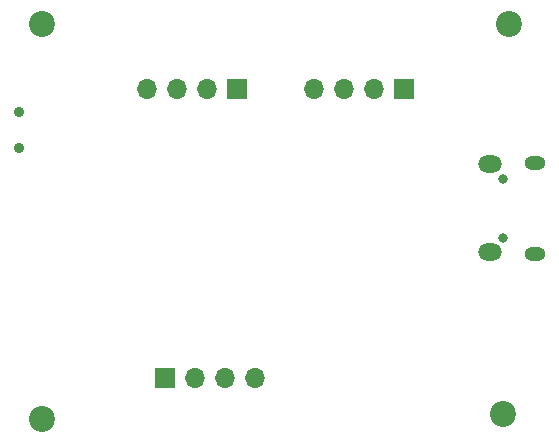
<source format=gbr>
%TF.GenerationSoftware,KiCad,Pcbnew,8.0.5-8.0.5-0~ubuntu22.04.1*%
%TF.CreationDate,2024-10-15T18:40:31+03:00*%
%TF.ProjectId,sc,73632e6b-6963-4616-945f-706362585858,rev?*%
%TF.SameCoordinates,Original*%
%TF.FileFunction,Soldermask,Bot*%
%TF.FilePolarity,Negative*%
%FSLAX46Y46*%
G04 Gerber Fmt 4.6, Leading zero omitted, Abs format (unit mm)*
G04 Created by KiCad (PCBNEW 8.0.5-8.0.5-0~ubuntu22.04.1) date 2024-10-15 18:40:31*
%MOMM*%
%LPD*%
G01*
G04 APERTURE LIST*
%ADD10C,0.900000*%
%ADD11C,2.200000*%
%ADD12R,1.700000X1.700000*%
%ADD13O,1.700000X1.700000*%
%ADD14O,0.800000X0.800000*%
%ADD15O,1.800000X1.150000*%
%ADD16O,2.000000X1.450000*%
G04 APERTURE END LIST*
D10*
%TO.C,SW1*%
X118000000Y-74500000D03*
X118000000Y-77500000D03*
%TD*%
D11*
%TO.C,H4*%
X120000000Y-100500000D03*
%TD*%
%TO.C,H3*%
X159000000Y-100000000D03*
%TD*%
%TO.C,H2*%
X159500000Y-67000000D03*
%TD*%
%TO.C,H1*%
X120000000Y-67000000D03*
%TD*%
D12*
%TO.C,J2*%
X136500000Y-72500000D03*
D13*
X133960000Y-72500000D03*
X131420000Y-72500000D03*
X128880000Y-72500000D03*
%TD*%
D12*
%TO.C,J3*%
X150620000Y-72500000D03*
D13*
X148080000Y-72500000D03*
X145540000Y-72500000D03*
X143000000Y-72500000D03*
%TD*%
D12*
%TO.C,J4*%
X130380000Y-97000000D03*
D13*
X132920000Y-97000000D03*
X135460000Y-97000000D03*
X138000000Y-97000000D03*
%TD*%
D14*
%TO.C,J1*%
X159000000Y-85125000D03*
X159000000Y-80125000D03*
D15*
X161750000Y-86500000D03*
D16*
X157950000Y-86350000D03*
X157950000Y-78900000D03*
D15*
X161750000Y-78750000D03*
%TD*%
M02*

</source>
